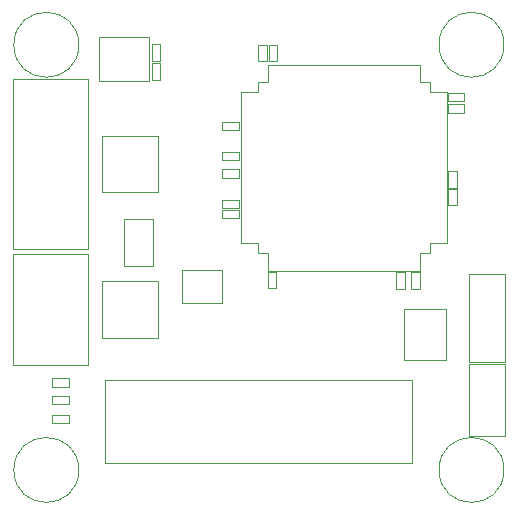
<source format=gbr>
%TF.GenerationSoftware,KiCad,Pcbnew,7.0.6*%
%TF.CreationDate,2023-09-15T14:04:58+02:00*%
%TF.ProjectId,V8,56382e6b-6963-4616-945f-706362585858,rev?*%
%TF.SameCoordinates,Original*%
%TF.FileFunction,Other,User*%
%FSLAX46Y46*%
G04 Gerber Fmt 4.6, Leading zero omitted, Abs format (unit mm)*
G04 Created by KiCad (PCBNEW 7.0.6) date 2023-09-15 14:04:58*
%MOMM*%
%LPD*%
G01*
G04 APERTURE LIST*
%ADD10C,0.050000*%
%ADD11C,0.100000*%
G04 APERTURE END LIST*
D10*
%TO.C,J8*%
X167750000Y-101440000D02*
X167750000Y-108840000D01*
X167750000Y-108840000D02*
X170850000Y-108840000D01*
X170850000Y-101440000D02*
X167750000Y-101440000D01*
X170850000Y-108840000D02*
X170850000Y-101440000D01*
%TO.C,C23*%
X148300000Y-96650000D02*
X146900000Y-96650000D01*
X148300000Y-95950000D02*
X148300000Y-96650000D01*
X146900000Y-96650000D02*
X146900000Y-95950000D01*
X146900000Y-95950000D02*
X148300000Y-95950000D01*
%TO.C,C16*%
X150850000Y-83400000D02*
X150850000Y-82000000D01*
X151550000Y-83400000D02*
X150850000Y-83400000D01*
X150850000Y-82000000D02*
X151550000Y-82000000D01*
X151550000Y-82000000D02*
X151550000Y-83400000D01*
%TO.C,H4*%
X170750000Y-118000000D02*
G75*
G03*
X170750000Y-118000000I-2750000J0D01*
G01*
%TO.C,R15*%
X133900000Y-112450000D02*
X132500000Y-112450000D01*
X133900000Y-111750000D02*
X133900000Y-112450000D01*
X132500000Y-112450000D02*
X132500000Y-111750000D01*
X132500000Y-111750000D02*
X133900000Y-111750000D01*
%TO.C,C25*%
X148300000Y-93250000D02*
X146900000Y-93250000D01*
X148300000Y-92550000D02*
X148300000Y-93250000D01*
X146900000Y-93250000D02*
X146900000Y-92550000D01*
X146900000Y-92550000D02*
X148300000Y-92550000D01*
%TO.C,R17*%
X166750000Y-92700000D02*
X166750000Y-94100000D01*
X166050000Y-92700000D02*
X166750000Y-92700000D01*
X166750000Y-94100000D02*
X166050000Y-94100000D01*
X166050000Y-94100000D02*
X166050000Y-92700000D01*
%TO.C,U4*%
X141500000Y-102000000D02*
X141500000Y-106800000D01*
X136700000Y-102000000D02*
X141500000Y-102000000D01*
X141500000Y-106800000D02*
X136700000Y-106800000D01*
X136700000Y-106800000D02*
X136700000Y-102000000D01*
%TO.C,C28*%
X166000000Y-87050000D02*
X167400000Y-87050000D01*
X166000000Y-87750000D02*
X166000000Y-87050000D01*
X167400000Y-87050000D02*
X167400000Y-87750000D01*
X167400000Y-87750000D02*
X166000000Y-87750000D01*
%TO.C,H1*%
X134750000Y-82000000D02*
G75*
G03*
X134750000Y-82000000I-2750000J0D01*
G01*
%TO.C,U1*%
X148480000Y-86000000D02*
X148480000Y-92400000D01*
X148480000Y-98800000D02*
X148480000Y-92400000D01*
X149950000Y-85150000D02*
X149950000Y-86000000D01*
X149950000Y-86000000D02*
X148480000Y-86000000D01*
X149950000Y-98800000D02*
X148480000Y-98800000D01*
X149950000Y-99650000D02*
X149950000Y-98800000D01*
X150800000Y-83680000D02*
X150800000Y-85150000D01*
X150800000Y-85150000D02*
X149950000Y-85150000D01*
X150800000Y-99650000D02*
X149950000Y-99650000D01*
X150800000Y-101120000D02*
X150800000Y-99650000D01*
X157200000Y-83680000D02*
X150800000Y-83680000D01*
X157200000Y-83680000D02*
X163600000Y-83680000D01*
X157200000Y-101120000D02*
X150800000Y-101120000D01*
X157200000Y-101120000D02*
X163600000Y-101120000D01*
X163600000Y-83680000D02*
X163600000Y-85150000D01*
X163600000Y-85150000D02*
X164450000Y-85150000D01*
X163600000Y-99650000D02*
X164450000Y-99650000D01*
X163600000Y-101120000D02*
X163600000Y-99650000D01*
X164450000Y-85150000D02*
X164450000Y-86000000D01*
X164450000Y-86000000D02*
X165920000Y-86000000D01*
X164450000Y-98800000D02*
X165920000Y-98800000D01*
X164450000Y-99650000D02*
X164450000Y-98800000D01*
X165920000Y-86000000D02*
X165920000Y-92400000D01*
X165920000Y-98800000D02*
X165920000Y-92400000D01*
%TO.C,R14*%
X132500000Y-113350000D02*
X133900000Y-113350000D01*
X132500000Y-114050000D02*
X132500000Y-113350000D01*
X133900000Y-113350000D02*
X133900000Y-114050000D01*
X133900000Y-114050000D02*
X132500000Y-114050000D01*
%TO.C,C21*%
X166000000Y-86050000D02*
X167400000Y-86050000D01*
X166000000Y-86750000D02*
X166000000Y-86050000D01*
X167400000Y-86050000D02*
X167400000Y-86750000D01*
X167400000Y-86750000D02*
X166000000Y-86750000D01*
%TO.C,J4*%
X135550000Y-99680000D02*
X129150000Y-99680000D01*
X129150000Y-99680000D02*
X129150000Y-109120000D01*
X135550000Y-109120000D02*
X135550000Y-99680000D01*
X129150000Y-109120000D02*
X135550000Y-109120000D01*
%TO.C,C17*%
X148300000Y-89250000D02*
X146900000Y-89250000D01*
X148300000Y-88550000D02*
X148300000Y-89250000D01*
X146900000Y-89250000D02*
X146900000Y-88550000D01*
X146900000Y-88550000D02*
X148300000Y-88550000D01*
%TO.C,J2*%
X170850000Y-115150000D02*
X170850000Y-109050000D01*
X170850000Y-109050000D02*
X167750000Y-109050000D01*
X167750000Y-115150000D02*
X170850000Y-115150000D01*
X167750000Y-109050000D02*
X167750000Y-115150000D01*
%TO.C,C19*%
X150750000Y-102600000D02*
X150750000Y-101200000D01*
X151450000Y-102600000D02*
X150750000Y-102600000D01*
X150750000Y-101200000D02*
X151450000Y-101200000D01*
X151450000Y-101200000D02*
X151450000Y-102600000D01*
D11*
%TO.C,J5*%
X137000000Y-110400000D02*
X163000000Y-110400000D01*
X163000000Y-110400000D02*
X163000000Y-117400000D01*
X163000000Y-117400000D02*
X137000000Y-117400000D01*
X137000000Y-117400000D02*
X137000000Y-110400000D01*
D10*
%TO.C,H2*%
X170750000Y-82000000D02*
G75*
G03*
X170750000Y-82000000I-2750000J0D01*
G01*
%TO.C,C24*%
X148300000Y-95850000D02*
X146900000Y-95850000D01*
X148300000Y-95150000D02*
X148300000Y-95850000D01*
X146900000Y-95850000D02*
X146900000Y-95150000D01*
X146900000Y-95150000D02*
X148300000Y-95150000D01*
%TO.C,R19*%
X140950000Y-83345000D02*
X140950000Y-81945000D01*
X141650000Y-83345000D02*
X140950000Y-83345000D01*
X140950000Y-81945000D02*
X141650000Y-81945000D01*
X141650000Y-81945000D02*
X141650000Y-83345000D01*
%TO.C,C18*%
X148300000Y-91750000D02*
X146900000Y-91750000D01*
X148300000Y-91050000D02*
X148300000Y-91750000D01*
X146900000Y-91750000D02*
X146900000Y-91050000D01*
X146900000Y-91050000D02*
X148300000Y-91050000D01*
%TO.C,Y1*%
X143500000Y-101100000D02*
X143500000Y-103900000D01*
X143500000Y-103900000D02*
X146900000Y-103900000D01*
X146900000Y-101100000D02*
X143500000Y-101100000D01*
X146900000Y-103900000D02*
X146900000Y-101100000D01*
%TO.C,C20*%
X163600000Y-101255000D02*
X163600000Y-102655000D01*
X162900000Y-101255000D02*
X163600000Y-101255000D01*
X163600000Y-102655000D02*
X162900000Y-102655000D01*
X162900000Y-102655000D02*
X162900000Y-101255000D01*
%TO.C,U5*%
X165825000Y-104410000D02*
X162325000Y-104410000D01*
X162325000Y-104410000D02*
X162325000Y-108650000D01*
X165825000Y-108650000D02*
X165825000Y-104410000D01*
X162325000Y-108650000D02*
X165825000Y-108650000D01*
%TO.C,H3*%
X134750000Y-118000000D02*
G75*
G03*
X134750000Y-118000000I-2750000J0D01*
G01*
%TO.C,U3*%
X141500000Y-89700000D02*
X141500000Y-94500000D01*
X136700000Y-89700000D02*
X141500000Y-89700000D01*
X141500000Y-94500000D02*
X136700000Y-94500000D01*
X136700000Y-94500000D02*
X136700000Y-89700000D01*
%TO.C,C22*%
X149950000Y-83400000D02*
X149950000Y-82000000D01*
X150650000Y-83400000D02*
X149950000Y-83400000D01*
X149950000Y-82000000D02*
X150650000Y-82000000D01*
X150650000Y-82000000D02*
X150650000Y-83400000D01*
%TO.C,J3*%
X135550000Y-84880000D02*
X129150000Y-84880000D01*
X129150000Y-84880000D02*
X129150000Y-99320000D01*
X135550000Y-99320000D02*
X135550000Y-84880000D01*
X129150000Y-99320000D02*
X135550000Y-99320000D01*
%TO.C,Y2*%
X140997500Y-96750000D02*
X138597500Y-96750000D01*
X138597500Y-96750000D02*
X138597500Y-100750000D01*
X140997500Y-100750000D02*
X140997500Y-96750000D01*
X138597500Y-100750000D02*
X140997500Y-100750000D01*
%TO.C,R20*%
X140950000Y-84970000D02*
X140950000Y-83570000D01*
X141650000Y-84970000D02*
X140950000Y-84970000D01*
X140950000Y-83570000D02*
X141650000Y-83570000D01*
X141650000Y-83570000D02*
X141650000Y-84970000D01*
%TO.C,U2*%
X140700000Y-85040000D02*
X136500000Y-85040000D01*
X140700000Y-81340000D02*
X140700000Y-85040000D01*
X136500000Y-85040000D02*
X136500000Y-81340000D01*
X136500000Y-81340000D02*
X140700000Y-81340000D01*
%TO.C,R13*%
X133900000Y-110950000D02*
X132500000Y-110950000D01*
X133900000Y-110250000D02*
X133900000Y-110950000D01*
X132500000Y-110950000D02*
X132500000Y-110250000D01*
X132500000Y-110250000D02*
X133900000Y-110250000D01*
%TO.C,C27*%
X162350000Y-101255000D02*
X162350000Y-102655000D01*
X161650000Y-101255000D02*
X162350000Y-101255000D01*
X162350000Y-102655000D02*
X161650000Y-102655000D01*
X161650000Y-102655000D02*
X161650000Y-101255000D01*
%TO.C,R16*%
X166050000Y-95580000D02*
X166050000Y-94180000D01*
X166750000Y-95580000D02*
X166050000Y-95580000D01*
X166050000Y-94180000D02*
X166750000Y-94180000D01*
X166750000Y-94180000D02*
X166750000Y-95580000D01*
%TD*%
M02*

</source>
